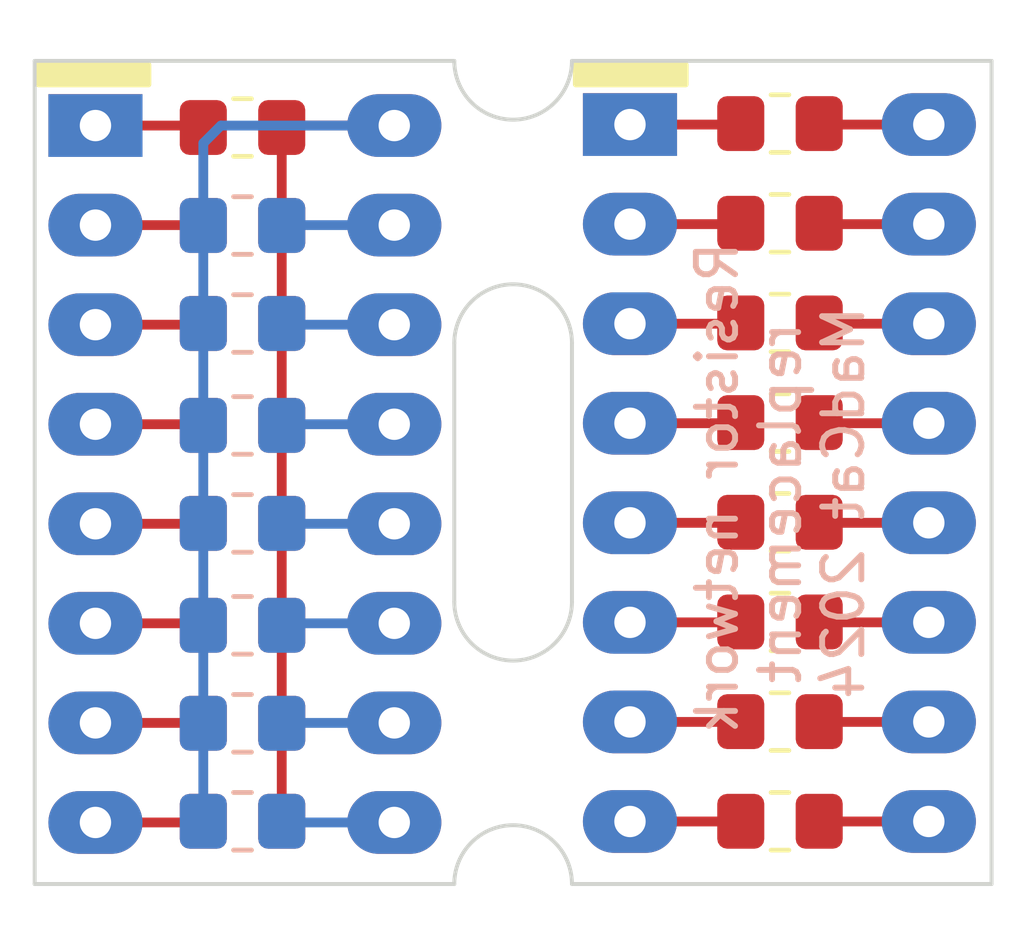
<source format=kicad_pcb>
(kicad_pcb (version 20221018) (generator pcbnew)
  (layers (0 "F.Cu" signal) (31 "B.Cu" signal) (34 "B.Paste" user) (35 "F.Paste" user) (36 "B.SilkS" user "B.Silkscreen") (37 "F.SilkS" user "F.Silkscreen") (38 "B.Mask" user) (39 "F.Mask" user) (44 "Edge.Cuts" user))
  (net 0 "")
  (net 1 "Net-(J1-Pin_1)")
  (net 2 "Net-(J1-Pin_16)")
  (net 3 "Net-(J1-Pin_2)")
  (net 4 "Net-(J1-Pin_3)")
  (net 5 "Net-(J1-Pin_4)")
  (net 6 "Net-(J1-Pin_5)")
  (net 7 "Net-(J1-Pin_6)")
  (net 8 "Net-(J1-Pin_7)")
  (net 9 "Net-(J1-Pin_8)")
  (net 10 "Net-(J1-Pin_9)")
  (net 11 "Net-(J1-Pin_10)")
  (net 12 "Net-(J1-Pin_11)")
  (net 13 "Net-(J1-Pin_12)")
  (net 14 "Net-(J1-Pin_13)")
  (net 15 "Net-(J1-Pin_14)")
  (net 16 "Net-(J1-Pin_15)")
  (net 17 "Net-(J2-Pin_1)")
  (net 18 "Net-(J2-Pin_2)")
  (net 19 "Net-(J2-Pin_3)")
  (net 20 "Net-(J2-Pin_4)")
  (net 21 "Net-(J2-Pin_5)")
  (net 22 "Net-(J2-Pin_6)")
  (net 23 "Net-(J2-Pin_7)")
  (net 24 "Net-(J2-Pin_8)")
  (net 25 "Net-(J2-Pin_9)")
  (net 26 "Net-(J2-Pin_10)")
  (net 27 "Net-(J2-Pin_11)")
  (net 28 "Net-(J2-Pin_12)")
  (net 29 "Net-(J2-Pin_13)")
  (net 30 "Net-(J2-Pin_14)")
  (net 31 "Net-(J2-Pin_15)")
  (net 32 "Net-(J2-Pin_16)")
  (footprint "RNDip16:mouse_bite" (layer "F.Cu") (at 66.2 63.3 90)
    (fp_text reference "mouse-bite-2.54mm-slot_13" hide)
    (fp_text value "VAL**" hide)
    (fp_arc (start -3.6 -1.5) (mid -2.1 0) (end -3.6 1.5) (stroke (width 0.1)) (layer "Edge.Cuts"))
    (fp_arc (start 3.6 1.5) (mid 2.1 0) (end 3.6 -1.5) (stroke (width 0.1)) (layer "Edge.Cuts"))
    (pad "" np_thru_hole circle (at -2 -1.1 90) (size 0.5 0.5) (drill 0.5) (layers "F&B.Cu" "*.Mask"))
    (pad "" np_thru_hole circle (at -2 1.1 90) (size 0.5 0.5) (drill 0.5) (layers "F&B.Cu" "*.Mask"))
    (pad "" np_thru_hole circle (at -1.2 -1.1 90) (size 0.5 0.5) (drill 0.5) (layers "F&B.Cu" "*.Mask"))
    (pad "" np_thru_hole circle (at -1.2 1.1 90) (size 0.5 0.5) (drill 0.5) (layers "F&B.Cu" "*.Mask"))
    (pad "" np_thru_hole circle (at -0.4 -1.1 90) (size 0.5 0.5) (drill 0.5) (layers "F&B.Cu" "*.Mask"))
    (pad "" np_thru_hole circle (at -0.4 1.1 90) (size 0.5 0.5) (drill 0.5) (layers "F&B.Cu" "*.Mask"))
    (pad "" np_thru_hole circle (at 0.4 -1.1 90) (size 0.5 0.5) (drill 0.5) (layers "F&B.Cu" "*.Mask"))
    (pad "" np_thru_hole circle (at 0.4 1.1 90) (size 0.5 0.5) (drill 0.5) (layers "F&B.Cu" "*.Mask"))
    (pad "" np_thru_hole circle (at 1.2 -1.1 90) (size 0.5 0.5) (drill 0.5) (layers "F&B.Cu" "*.Mask"))
    (pad "" np_thru_hole circle (at 1.2 1.1 90) (size 0.5 0.5) (drill 0.5) (layers "F&B.Cu" "*.Mask"))
    (pad "" np_thru_hole circle (at 2 -1.1 90) (size 0.5 0.5) (drill 0.5) (layers "F&B.Cu" "*.Mask"))
    (pad "" np_thru_hole circle (at 2 1.1 90) (size 0.5 0.5) (drill 0.5) (layers "F&B.Cu" "*.Mask"))
  )
  (footprint "RNDip16:R_0805" (layer "F.Cu") (at 59.3 65.3)
    (fp_text reference "R8")
    (fp_text value "R")
    (fp_line (start -0.227064 -0.735) (end 0.227064 -0.735) (stroke (width 0.12)) (layer "F.SilkS"))
    (fp_line (start -0.227064 0.735) (end 0.227064 0.735) (stroke (width 0.12)) (layer "F.SilkS"))
    (pad "1" smd roundrect (at -1 0) (size 1.2 1.4) (layers "F.Cu" "F.Paste" "F.Mask") (roundrect_rratio 0.2083333333) (net 9 "Net-(J1-Pin_8)"))
    (pad "2" smd roundrect (at 1 0) (size 1.2 1.4) (layers "F.Cu" "F.Paste" "F.Mask") (roundrect_rratio 0.2083333333) (net 2 "Net-(J1-Pin_16)"))
  )
  (footprint "RNDip16:R_0805" (layer "F.Cu") (at 73.005 52.585714)
    (fp_text reference "R18")
    (fp_text value "R")
    (fp_line (start -0.227064 -0.735) (end 0.227064 -0.735) (stroke (width 0.12)) (layer "F.SilkS"))
    (fp_line (start -0.227064 0.735) (end 0.227064 0.735) (stroke (width 0.12)) (layer "F.SilkS"))
    (pad "1" smd roundrect (at -1 0) (size 1.2 1.4) (layers "F.Cu" "F.Paste" "F.Mask") (roundrect_rratio 0.2083333333) (net 19 "Net-(J2-Pin_3)"))
    (pad "2" smd roundrect (at 1 0) (size 1.2 1.4) (layers "F.Cu" "F.Paste" "F.Mask") (roundrect_rratio 0.2083333333) (net 30 "Net-(J2-Pin_14)"))
  )
  (footprint "RNDip16:R_0805" (layer "F.Cu") (at 73.005 60.214285)
    (fp_text reference "R21")
    (fp_text value "R")
    (fp_line (start -0.227064 -0.735) (end 0.227064 -0.735) (stroke (width 0.12)) (layer "F.SilkS"))
    (fp_line (start -0.227064 0.735) (end 0.227064 0.735) (stroke (width 0.12)) (layer "F.SilkS"))
    (pad "1" smd roundrect (at -1 0) (size 1.2 1.4) (layers "F.Cu" "F.Paste" "F.Mask") (roundrect_rratio 0.2083333333) (net 22 "Net-(J2-Pin_6)"))
    (pad "2" smd roundrect (at 1 0) (size 1.2 1.4) (layers "F.Cu" "F.Paste" "F.Mask") (roundrect_rratio 0.2083333333) (net 27 "Net-(J2-Pin_11)"))
  )
  (footprint "RNDip16:R_0805" (layer "F.Cu") (at 59.3 52.6)
    (fp_text reference "R3")
    (fp_text value "R")
    (fp_line (start -0.227064 -0.735) (end 0.227064 -0.735) (stroke (width 0.12)) (layer "F.SilkS"))
    (fp_line (start -0.227064 0.735) (end 0.227064 0.735) (stroke (width 0.12)) (layer "F.SilkS"))
    (pad "1" smd roundrect (at -1 0) (size 1.2 1.4) (layers "F.Cu" "F.Paste" "F.Mask") (roundrect_rratio 0.2083333333) (net 4 "Net-(J1-Pin_3)"))
    (pad "2" smd roundrect (at 1 0) (size 1.2 1.4) (layers "F.Cu" "F.Paste" "F.Mask") (roundrect_rratio 0.2083333333) (net 2 "Net-(J1-Pin_16)"))
  )
  (footprint "RNDip16:R_0805" (layer "F.Cu") (at 59.3 62.8)
    (fp_text reference "R7")
    (fp_text value "R")
    (fp_line (start -0.227064 -0.735) (end 0.227064 -0.735) (stroke (width 0.12)) (layer "F.SilkS"))
    (fp_line (start -0.227064 0.735) (end 0.227064 0.735) (stroke (width 0.12)) (layer "F.SilkS"))
    (pad "1" smd roundrect (at -1 0) (size 1.2 1.4) (layers "F.Cu" "F.Paste" "F.Mask") (roundrect_rratio 0.2083333333) (net 8 "Net-(J1-Pin_7)"))
    (pad "2" smd roundrect (at 1 0) (size 1.2 1.4) (layers "F.Cu" "F.Paste" "F.Mask") (roundrect_rratio 0.2083333333) (net 2 "Net-(J1-Pin_16)"))
  )
  (footprint "RNDip16:R_0805" (layer "F.Cu") (at 73.005 65.3)
    (fp_text reference "R23")
    (fp_text value "R")
    (fp_line (start -0.227064 -0.735) (end 0.227064 -0.735) (stroke (width 0.12)) (layer "F.SilkS"))
    (fp_line (start -0.227064 0.735) (end 0.227064 0.735) (stroke (width 0.12)) (layer "F.SilkS"))
    (pad "1" smd roundrect (at -1 0) (size 1.2 1.4) (layers "F.Cu" "F.Paste" "F.Mask") (roundrect_rratio 0.2083333333) (net 24 "Net-(J2-Pin_8)"))
    (pad "2" smd roundrect (at 1 0) (size 1.2 1.4) (layers "F.Cu" "F.Paste" "F.Mask") (roundrect_rratio 0.2083333333) (net 25 "Net-(J2-Pin_9)"))
  )
  (footprint "RNDip16:mouse_bite" (layer "F.Cu") (at 66.2 49.5 90)
    (fp_text reference "mouse-bite-2.54mm-slot_13" hide)
    (fp_text value "VAL**" hide)
    (fp_arc (start -3.6 -1.5) (mid -2.1 0) (end -3.6 1.5) (stroke (width 0.1)) (layer "Edge.Cuts"))
    (fp_arc (start 3.6 1.5) (mid 2.1 0) (end 3.6 -1.5) (stroke (width 0.1)) (layer "Edge.Cuts"))
    (pad "" np_thru_hole circle (at -2 -1.1 90) (size 0.5 0.5) (drill 0.5) (layers "F&B.Cu" "*.Mask"))
    (pad "" np_thru_hole circle (at -2 1.1 90) (size 0.5 0.5) (drill 0.5) (layers "F&B.Cu" "*.Mask"))
    (pad "" np_thru_hole circle (at -1.2 -1.1 90) (size 0.5 0.5) (drill 0.5) (layers "F&B.Cu" "*.Mask"))
    (pad "" np_thru_hole circle (at -1.2 1.1 90) (size 0.5 0.5) (drill 0.5) (layers "F&B.Cu" "*.Mask"))
    (pad "" np_thru_hole circle (at -0.4 -1.1 90) (size 0.5 0.5) (drill 0.5) (layers "F&B.Cu" "*.Mask"))
    (pad "" np_thru_hole circle (at -0.4 1.1 90) (size 0.5 0.5) (drill 0.5) (layers "F&B.Cu" "*.Mask"))
    (pad "" np_thru_hole circle (at 0.4 -1.1 90) (size 0.5 0.5) (drill 0.5) (layers "F&B.Cu" "*.Mask"))
    (pad "" np_thru_hole circle (at 0.4 1.1 90) (size 0.5 0.5) (drill 0.5) (layers "F&B.Cu" "*.Mask"))
    (pad "" np_thru_hole circle (at 1.2 -1.1 90) (size 0.5 0.5) (drill 0.5) (layers "F&B.Cu" "*.Mask"))
    (pad "" np_thru_hole circle (at 1.2 1.1 90) (size 0.5 0.5) (drill 0.5) (layers "F&B.Cu" "*.Mask"))
    (pad "" np_thru_hole circle (at 2 -1.1 90) (size 0.5 0.5) (drill 0.5) (layers "F&B.Cu" "*.Mask"))
    (pad "" np_thru_hole circle (at 2 1.1 90) (size 0.5 0.5) (drill 0.5) (layers "F&B.Cu" "*.Mask"))
  )
  (footprint "RNDip16:R_0805" (layer "F.Cu") (at 73.005 57.671428)
    (fp_text reference "R20")
    (fp_text value "R")
    (fp_line (start -0.227064 -0.735) (end 0.227064 -0.735) (stroke (width 0.12)) (layer "F.SilkS"))
    (fp_line (start -0.227064 0.735) (end 0.227064 0.735) (stroke (width 0.12)) (layer "F.SilkS"))
    (pad "1" smd roundrect (at -1 0) (size 1.2 1.4) (layers "F.Cu" "F.Paste" "F.Mask") (roundrect_rratio 0.2083333333) (net 21 "Net-(J2-Pin_5)"))
    (pad "2" smd roundrect (at 1 0) (size 1.2 1.4) (layers "F.Cu" "F.Paste" "F.Mask") (roundrect_rratio 0.2083333333) (net 28 "Net-(J2-Pin_12)"))
  )
  (footprint "RNDip16:R_0805" (layer "F.Cu") (at 73.005 47.5)
    (fp_text reference "R16")
    (fp_text value "R")
    (fp_line (start -0.227064 -0.735) (end 0.227064 -0.735) (stroke (width 0.12)) (layer "F.SilkS"))
    (fp_line (start -0.227064 0.735) (end 0.227064 0.735) (stroke (width 0.12)) (layer "F.SilkS"))
    (pad "1" smd roundrect (at -1 0) (size 1.2 1.4) (layers "F.Cu" "F.Paste" "F.Mask") (roundrect_rratio 0.2083333333) (net 17 "Net-(J2-Pin_1)"))
    (pad "2" smd roundrect (at 1 0) (size 1.2 1.4) (layers "F.Cu" "F.Paste" "F.Mask") (roundrect_rratio 0.2083333333) (net 32 "Net-(J2-Pin_16)"))
  )
  (footprint "RNDip16:R_0805" (layer "F.Cu") (at 73.005 50.042857)
    (fp_text reference "R17")
    (fp_text value "R")
    (fp_line (start -0.227064 -0.735) (end 0.227064 -0.735) (stroke (width 0.12)) (layer "F.SilkS"))
    (fp_line (start -0.227064 0.735) (end 0.227064 0.735) (stroke (width 0.12)) (layer "F.SilkS"))
    (pad "1" smd roundrect (at -1 0) (size 1.2 1.4) (layers "F.Cu" "F.Paste" "F.Mask") (roundrect_rratio 0.2083333333) (net 18 "Net-(J2-Pin_2)"))
    (pad "2" smd roundrect (at 1 0) (size 1.2 1.4) (layers "F.Cu" "F.Paste" "F.Mask") (roundrect_rratio 0.2083333333) (net 31 "Net-(J2-Pin_15)"))
  )
  (footprint "RNDip16:R_0805" (layer "F.Cu") (at 59.3 55.2)
    (fp_text reference "R4")
    (fp_text value "R")
    (fp_line (start -0.227064 -0.735) (end 0.227064 -0.735) (stroke (width 0.12)) (layer "F.SilkS"))
    (fp_line (start -0.227064 0.735) (end 0.227064 0.735) (stroke (width 0.12)) (layer "F.SilkS"))
    (pad "1" smd roundrect (at -1 0) (size 1.2 1.4) (layers "F.Cu" "F.Paste" "F.Mask") (roundrect_rratio 0.2083333333) (net 5 "Net-(J1-Pin_4)"))
    (pad "2" smd roundrect (at 1 0) (size 1.2 1.4) (layers "F.Cu" "F.Paste" "F.Mask") (roundrect_rratio 0.2083333333) (net 2 "Net-(J1-Pin_16)"))
  )
  (footprint "RNDip16:R_0805" (layer "F.Cu") (at 59.3 60.3)
    (fp_text reference "R6")
    (fp_text value "R")
    (fp_line (start -0.227064 -0.735) (end 0.227064 -0.735) (stroke (width 0.12)) (layer "F.SilkS"))
    (fp_line (start -0.227064 0.735) (end 0.227064 0.735) (stroke (width 0.12)) (layer "F.SilkS"))
    (pad "1" smd roundrect (at -1 0) (size 1.2 1.4) (layers "F.Cu" "F.Paste" "F.Mask") (roundrect_rratio 0.2083333333) (net 7 "Net-(J1-Pin_6)"))
    (pad "2" smd roundrect (at 1 0) (size 1.2 1.4) (layers "F.Cu" "F.Paste" "F.Mask") (roundrect_rratio 0.2083333333) (net 2 "Net-(J1-Pin_16)"))
  )
  (footprint "RNDip16:R_0805" (layer "F.Cu") (at 59.3 47.6)
    (fp_text reference "R1")
    (fp_text value "R")
    (fp_line (start -0.227064 -0.735) (end 0.227064 -0.735) (stroke (width 0.12)) (layer "F.SilkS"))
    (fp_line (start -0.227064 0.735) (end 0.227064 0.735) (stroke (width 0.12)) (layer "F.SilkS"))
    (pad "1" smd roundrect (at -1 0) (size 1.2 1.4) (layers "F.Cu" "F.Paste" "F.Mask") (roundrect_rratio 0.2083333333) (net 1 "Net-(J1-Pin_1)"))
    (pad "2" smd roundrect (at 1 0) (size 1.2 1.4) (layers "F.Cu" "F.Paste" "F.Mask") (roundrect_rratio 0.2083333333) (net 2 "Net-(J1-Pin_16)"))
  )
  (footprint "RNDip16:R_0805" (layer "F.Cu") (at 73.005 62.757142)
    (fp_text reference "R22")
    (fp_text value "R")
    (fp_line (start -0.227064 -0.735) (end 0.227064 -0.735) (stroke (width 0.12)) (layer "F.SilkS"))
    (fp_line (start -0.227064 0.735) (end 0.227064 0.735) (stroke (width 0.12)) (layer "F.SilkS"))
    (pad "1" smd roundrect (at -1 0) (size 1.2 1.4) (layers "F.Cu" "F.Paste" "F.Mask") (roundrect_rratio 0.2083333333) (net 23 "Net-(J2-Pin_7)"))
    (pad "2" smd roundrect (at 1 0) (size 1.2 1.4) (layers "F.Cu" "F.Paste" "F.Mask") (roundrect_rratio 0.2083333333) (net 26 "Net-(J2-Pin_10)"))
  )
  (footprint "RNDip16:R_0805" (layer "F.Cu") (at 59.3 50.1)
    (fp_text reference "R2")
    (fp_text value "R")
    (fp_line (start -0.227064 -0.735) (end 0.227064 -0.735) (stroke (width 0.12)) (layer "F.SilkS"))
    (fp_line (start -0.227064 0.735) (end 0.227064 0.735) (stroke (width 0.12)) (layer "F.SilkS"))
    (pad "1" smd roundrect (at -1 0) (size 1.2 1.4) (layers "F.Cu" "F.Paste" "F.Mask") (roundrect_rratio 0.2083333333) (net 3 "Net-(J1-Pin_2)"))
    (pad "2" smd roundrect (at 1 0) (size 1.2 1.4) (layers "F.Cu" "F.Paste" "F.Mask") (roundrect_rratio 0.2083333333) (net 2 "Net-(J1-Pin_16)"))
  )
  (footprint "RNDip16:Dip16_package" (layer "F.Cu") (at 55.55 47.55)
    (fp_text reference "J1")
    (fp_text value "Conn_01x16_Pin")
    (pad "1" thru_hole rect (at 0 0) (size 2.4 1.6) (drill 0.8) (layers "*.Cu" "*.Mask") (net 1 "Net-(J1-Pin_1)"))
    (pad "2" thru_hole oval (at 0 2.54) (size 2.4 1.6) (drill 0.8) (layers "*.Cu" "*.Mask") (net 3 "Net-(J1-Pin_2)"))
    (pad "3" thru_hole oval (at 0 5.08) (size 2.4 1.6) (drill 0.8) (layers "*.Cu" "*.Mask") (net 4 "Net-(J1-Pin_3)"))
    (pad "4" thru_hole oval (at 0 7.62) (size 2.4 1.6) (drill 0.8) (layers "*.Cu" "*.Mask") (net 5 "Net-(J1-Pin_4)"))
    (pad "5" thru_hole oval (at 0 10.16) (size 2.4 1.6) (drill 0.8) (layers "*.Cu" "*.Mask") (net 6 "Net-(J1-Pin_5)"))
    (pad "6" thru_hole oval (at 0 12.7) (size 2.4 1.6) (drill 0.8) (layers "*.Cu" "*.Mask") (net 7 "Net-(J1-Pin_6)"))
    (pad "7" thru_hole oval (at 0 15.24) (size 2.4 1.6) (drill 0.8) (layers "*.Cu" "*.Mask") (net 8 "Net-(J1-Pin_7)"))
    (pad "8" thru_hole oval (at 0 17.78) (size 2.4 1.6) (drill 0.8) (layers "*.Cu" "*.Mask") (net 9 "Net-(J1-Pin_8)"))
    (pad "9" thru_hole oval (at 7.62 17.78) (size 2.4 1.6) (drill 0.8) (layers "*.Cu" "*.Mask") (net 10 "Net-(J1-Pin_9)"))
    (pad "10" thru_hole oval (at 7.62 15.24) (size 2.4 1.6) (drill 0.8) (layers "*.Cu" "*.Mask") (net 11 "Net-(J1-Pin_10)"))
    (pad "11" thru_hole oval (at 7.62 12.7) (size 2.4 1.6) (drill 0.8) (layers "*.Cu" "*.Mask") (net 12 "Net-(J1-Pin_11)"))
    (pad "12" thru_hole oval (at 7.62 10.16) (size 2.4 1.6) (drill 0.8) (layers "*.Cu" "*.Mask") (net 13 "Net-(J1-Pin_12)"))
    (pad "13" thru_hole oval (at 7.62 7.62) (size 2.4 1.6) (drill 0.8) (layers "*.Cu" "*.Mask") (net 14 "Net-(J1-Pin_13)"))
    (pad "14" thru_hole oval (at 7.62 5.08) (size 2.4 1.6) (drill 0.8) (layers "*.Cu" "*.Mask") (net 15 "Net-(J1-Pin_14)"))
    (pad "15" thru_hole oval (at 7.62 2.54) (size 2.4 1.6) (drill 0.8) (layers "*.Cu" "*.Mask") (net 16 "Net-(J1-Pin_15)"))
    (pad "16" thru_hole oval (at 7.62 0) (size 2.4 1.6) (drill 0.8) (layers "*.Cu" "*.Mask") (net 2 "Net-(J1-Pin_16)"))
  )
  (footprint "RNDip16:R_0805" (layer "F.Cu") (at 59.3 57.7)
    (fp_text reference "R5")
    (fp_text value "R")
    (fp_line (start -0.227064 -0.735) (end 0.227064 -0.735) (stroke (width 0.12)) (layer "F.SilkS"))
    (fp_line (start -0.227064 0.735) (end 0.227064 0.735) (stroke (width 0.12)) (layer "F.SilkS"))
    (pad "1" smd roundrect (at -1 0) (size 1.2 1.4) (layers "F.Cu" "F.Paste" "F.Mask") (roundrect_rratio 0.2083333333) (net 6 "Net-(J1-Pin_5)"))
    (pad "2" smd roundrect (at 1 0) (size 1.2 1.4) (layers "F.Cu" "F.Paste" "F.Mask") (roundrect_rratio 0.2083333333) (net 2 "Net-(J1-Pin_16)"))
  )
  (footprint "RNDip16:R_0805" (layer "F.Cu") (at 73.005 55.128571)
    (fp_text reference "R19")
    (fp_text value "R")
    (fp_line (start -0.227064 -0.735) (end 0.227064 -0.735) (stroke (width 0.12)) (layer "F.SilkS"))
    (fp_line (start -0.227064 0.735) (end 0.227064 0.735) (stroke (width 0.12)) (layer "F.SilkS"))
    (pad "1" smd roundrect (at -1 0) (size 1.2 1.4) (layers "F.Cu" "F.Paste" "F.Mask") (roundrect_rratio 0.2083333333) (net 20 "Net-(J2-Pin_4)"))
    (pad "2" smd roundrect (at 1 0) (size 1.2 1.4) (layers "F.Cu" "F.Paste" "F.Mask") (roundrect_rratio 0.2083333333) (net 29 "Net-(J2-Pin_13)"))
  )
  (footprint "RNDip16:Dip16_package" (layer "F.Cu") (at 69.18 47.525)
    (fp_text reference "J2")
    (fp_text value "Conn_01x16_Pin")
    (pad "1" thru_hole rect (at 0 0) (size 2.4 1.6) (drill 0.8) (layers "*.Cu" "*.Mask") (net 17 "Net-(J2-Pin_1)"))
    (pad "2" thru_hole oval (at 0 2.54) (size 2.4 1.6) (drill 0.8) (layers "*.Cu" "*.Mask") (net 18 "Net-(J2-Pin_2)"))
    (pad "3" thru_hole oval (at 0 5.08) (size 2.4 1.6) (drill 0.8) (layers "*.Cu" "*.Mask") (net 19 "Net-(J2-Pin_3)"))
    (pad "4" thru_hole oval (at 0 7.62) (size 2.4 1.6) (drill 0.8) (layers "*.Cu" "*.Mask") (net 20 "Net-(J2-Pin_4)"))
    (pad "5" thru_hole oval (at 0 10.16) (size 2.4 1.6) (drill 0.8) (layers "*.Cu" "*.Mask") (net 21 "Net-(J2-Pin_5)"))
    (pad "6" thru_hole oval (at 0 12.7) (size 2.4 1.6) (drill 0.8) (layers "*.Cu" "*.Mask") (net 22 "Net-(J2-Pin_6)"))
    (pad "7" thru_hole oval (at 0 15.24) (size 2.4 1.6) (drill 0.8) (layers "*.Cu" "*.Mask") (net 23 "Net-(J2-Pin_7)"))
    (pad "8" thru_hole oval (at 0 17.78) (size 2.4 1.6) (drill 0.8) (layers "*.Cu" "*.Mask") (net 24 "Net-(J2-Pin_8)"))
    (pad "9" thru_hole oval (at 7.62 17.78) (size 2.4 1.6) (drill 0.8) (layers "*.Cu" "*.Mask") (net 25 "Net-(J2-Pin_9)"))
    (pad "10" thru_hole oval (at 7.62 15.24) (size 2.4 1.6) (drill 0.8) (layers "*.Cu" "*.Mask") (net 26 "Net-(J2-Pin_10)"))
    (pad "11" thru_hole oval (at 7.62 12.7) (size 2.4 1.6) (drill 0.8) (layers "*.Cu" "*.Mask") (net 27 "Net-(J2-Pin_11)"))
    (pad "12" thru_hole oval (at 7.62 10.16) (size 2.4 1.6) (drill 0.8) (layers "*.Cu" "*.Mask") (net 28 "Net-(J2-Pin_12)"))
    (pad "13" thru_hole oval (at 7.62 7.62) (size 2.4 1.6) (drill 0.8) (layers "*.Cu" "*.Mask") (net 29 "Net-(J2-Pin_13)"))
    (pad "14" thru_hole oval (at 7.62 5.08) (size 2.4 1.6) (drill 0.8) (layers "*.Cu" "*.Mask") (net 30 "Net-(J2-Pin_14)"))
    (pad "15" thru_hole oval (at 7.62 2.54) (size 2.4 1.6) (drill 0.8) (layers "*.Cu" "*.Mask") (net 31 "Net-(J2-Pin_15)"))
    (pad "16" thru_hole oval (at 7.62 0) (size 2.4 1.6) (drill 0.8) (layers "*.Cu" "*.Mask") (net 32 "Net-(J2-Pin_16)"))
  )
  (footprint "RNDip16:R_0805" (layer "B.Cu") (at 59.3 50.1 180)
    (fp_text reference "R15")
    (fp_text value "R")
    (fp_line (start -0.227064 -0.735) (end 0.227064 -0.735) (stroke (width 0.12)) (layer "B.SilkS"))
    (fp_line (start -0.227064 0.735) (end 0.227064 0.735) (stroke (width 0.12)) (layer "B.SilkS"))
    (pad "1" smd roundrect (at -1 0 180) (size 1.2 1.4) (layers "B.Cu" "B.Paste" "B.Mask") (roundrect_rratio 0.2083333333) (net 16 "Net-(J1-Pin_15)"))
    (pad "2" smd roundrect (at 1 0 180) (size 1.2 1.4) (layers "B.Cu" "B.Paste" "B.Mask") (roundrect_rratio 0.2083333333) (net 2 "Net-(J1-Pin_16)"))
  )
  (footprint "RNDip16:R_0805" (layer "B.Cu") (at 59.3 60.3 180)
    (fp_text reference "R11")
    (fp_text value "R")
    (fp_line (start -0.227064 -0.735) (end 0.227064 -0.735) (stroke (width 0.12)) (layer "B.SilkS"))
    (fp_line (start -0.227064 0.735) (end 0.227064 0.735) (stroke (width 0.12)) (layer "B.SilkS"))
    (pad "1" smd roundrect (at -1 0 180) (size 1.2 1.4) (layers "B.Cu" "B.Paste" "B.Mask") (roundrect_rratio 0.2083333333) (net 12 "Net-(J1-Pin_11)"))
    (pad "2" smd roundrect (at 1 0 180) (size 1.2 1.4) (layers "B.Cu" "B.Paste" "B.Mask") (roundrect_rratio 0.2083333333) (net 2 "Net-(J1-Pin_16)"))
  )
  (footprint "RNDip16:R_0805" (layer "B.Cu") (at 59.3 62.8 180)
    (fp_text reference "R10")
    (fp_text value "R")
    (fp_line (start -0.227064 -0.735) (end 0.227064 -0.735) (stroke (width 0.12)) (layer "B.SilkS"))
    (fp_line (start -0.227064 0.735) (end 0.227064 0.735) (stroke (width 0.12)) (layer "B.SilkS"))
    (pad "1" smd roundrect (at -1 0 180) (size 1.2 1.4) (layers "B.Cu" "B.Paste" "B.Mask") (roundrect_rratio 0.2083333333) (net 11 "Net-(J1-Pin_10)"))
    (pad "2" smd roundrect (at 1 0 180) (size 1.2 1.4) (layers "B.Cu" "B.Paste" "B.Mask") (roundrect_rratio 0.2083333333) (net 2 "Net-(J1-Pin_16)"))
  )
  (footprint "RNDip16:R_0805" (layer "B.Cu") (at 59.3 65.3 180)
    (fp_text reference "R9")
    (fp_text value "R")
    (fp_line (start -0.227064 -0.735) (end 0.227064 -0.735) (stroke (width 0.12)) (layer "B.SilkS"))
    (fp_line (start -0.227064 0.735) (end 0.227064 0.735) (stroke (width 0.12)) (layer "B.SilkS"))
    (pad "1" smd roundrect (at -1 0 180) (size 1.2 1.4) (layers "B.Cu" "B.Paste" "B.Mask") (roundrect_rratio 0.2083333333) (net 10 "Net-(J1-Pin_9)"))
    (pad "2" smd roundrect (at 1 0 180) (size 1.2 1.4) (layers "B.Cu" "B.Paste" "B.Mask") (roundrect_rratio 0.2083333333) (net 2 "Net-(J1-Pin_16)"))
  )
  (footprint "RNDip16:R_0805" (layer "B.Cu") (at 59.3 55.2 180)
    (fp_text reference "R13")
    (fp_text value "R")
    (fp_line (start -0.227064 -0.735) (end 0.227064 -0.735) (stroke (width 0.12)) (layer "B.SilkS"))
    (fp_line (start -0.227064 0.735) (end 0.227064 0.735) (stroke (width 0.12)) (layer "B.SilkS"))
    (pad "1" smd roundrect (at -1 0 180) (size 1.2 1.4) (layers "B.Cu" "B.Paste" "B.Mask") (roundrect_rratio 0.2083333333) (net 14 "Net-(J1-Pin_13)"))
    (pad "2" smd roundrect (at 1 0 180) (size 1.2 1.4) (layers "B.Cu" "B.Paste" "B.Mask") (roundrect_rratio 0.2083333333) (net 2 "Net-(J1-Pin_16)"))
  )
  (footprint "RNDip16:R_0805" (layer "B.Cu") (at 59.3 57.7 180)
    (fp_text reference "R12")
    (fp_text value "R")
    (fp_line (start -0.227064 -0.735) (end 0.227064 -0.735) (stroke (width 0.12)) (layer "B.SilkS"))
    (fp_line (start -0.227064 0.735) (end 0.227064 0.735) (stroke (width 0.12)) (layer "B.SilkS"))
    (pad "1" smd roundrect (at -1 0 180) (size 1.2 1.4) (layers "B.Cu" "B.Paste" "B.Mask") (roundrect_rratio 0.2083333333) (net 13 "Net-(J1-Pin_12)"))
    (pad "2" smd roundrect (at 1 0 180) (size 1.2 1.4) (layers "B.Cu" "B.Paste" "B.Mask") (roundrect_rratio 0.2083333333) (net 2 "Net-(J1-Pin_16)"))
  )
  (footprint "RNDip16:R_0805" (layer "B.Cu") (at 59.3 52.6 180)
    (fp_text reference "R14")
    (fp_text value "R")
    (fp_line (start -0.227064 -0.735) (end 0.227064 -0.735) (stroke (width 0.12)) (layer "B.SilkS"))
    (fp_line (start -0.227064 0.735) (end 0.227064 0.735) (stroke (width 0.12)) (layer "B.SilkS"))
    (pad "1" smd roundrect (at -1 0 180) (size 1.2 1.4) (layers "B.Cu" "B.Paste" "B.Mask") (roundrect_rratio 0.2083333333) (net 15 "Net-(J1-Pin_14)"))
    (pad "2" smd roundrect (at 1 0 180) (size 1.2 1.4) (layers "B.Cu" "B.Paste" "B.Mask") (roundrect_rratio 0.2083333333) (net 2 "Net-(J1-Pin_16)"))
  )
  (gr_rect (start 54.1 46) (end 56.9 46.5) (stroke (width 0.15)) (fill solid) (layer "F.SilkS"))
  (gr_rect (start 67.8 46) (end 70.6 46.5) (stroke (width 0.15)) (fill solid) (layer "F.SilkS"))
  (gr_line (start 64.7 59.7) (end 64.7 53.1) (stroke (width 0.1)) (layer "Edge.Cuts"))
  (gr_line (start 67.7 53.1) (end 67.7 59.7) (stroke (width 0.1)) (layer "Edge.Cuts"))
  (gr_line (start 54 66.9) (end 54 45.9) (stroke (width 0.1)) (layer "Edge.Cuts"))
  (gr_line (start 78.4 45.9) (end 78.4 66.9) (stroke (width 0.1)) (layer "Edge.Cuts"))
  (gr_line (start 64.7 66.9) (end 54 66.9) (stroke (width 0.1)) (layer "Edge.Cuts"))
  (gr_line (start 54 45.9) (end 64.7 45.9) (stroke (width 0.1)) (layer "Edge.Cuts"))
  (gr_line (start 67.7 45.9) (end 78.4 45.9) (stroke (width 0.1)) (layer "Edge.Cuts"))
  (gr_line (start 78.4 66.9) (end 67.7 66.9) (stroke (width 0.1)) (layer "Edge.Cuts"))
  (gr_text "Resistor network \nreplacement\nMadCat 2024" (at 75.2094 57.1754 90) (layer "B.SilkS") (effects (font (size 1 1)) (justify bottom mirror)))
  (segment (start 58.25 47.55) (end 58.3 47.6) (width 0.25) (layer "F.Cu") (net 1))
  (segment (start 55.55 47.55) (end 58.25 47.55) (width 0.25) (layer "F.Cu") (net 1))
  (segment (start 60.35 47.55) (end 63.17 47.55) (width 0.25) (layer "F.Cu") (net 2))
  (segment (start 60.3 62.8) (end 60.3 60.3) (width 0.25) (layer "F.Cu") (net 2))
  (segment (start 60.3 65.3) (end 60.3 62.8) (width 0.25) (layer "F.Cu") (net 2))
  (segment (start 60.3 57.7) (end 60.3 55.2) (width 0.25) (layer "F.Cu") (net 2))
  (segment (start 60.3 50.1) (end 60.3 47.6) (width 0.25) (layer "F.Cu") (net 2))
  (segment (start 60.3 52.6) (end 60.3 50.1) (width 0.25) (layer "F.Cu") (net 2))
  (segment (start 60.3 47.6) (end 60.35 47.55) (width 0.25) (layer "F.Cu") (net 2))
  (segment (start 60.3 60.3) (end 60.3 57.7) (width 0.25) (layer "F.Cu") (net 2))
  (segment (start 60.3 55.2) (end 60.3 52.6) (width 0.25) (layer "F.Cu") (net 2))
  (segment (start 58.75 47.55) (end 63.17 47.55) (width 0.25) (layer "B.Cu") (net 2))
  (segment (start 58.3 65.3) (end 58.3 62.8) (width 0.25) (layer "B.Cu") (net 2))
  (segment (start 58.3 62.8) (end 58.3 60.3) (width 0.25) (layer "B.Cu") (net 2))
  (segment (start 58.3 50.1) (end 58.3 48) (width 0.25) (layer "B.Cu") (net 2))
  (segment (start 58.3 48) (end 58.75 47.55) (width 0.25) (layer "B.Cu") (net 2))
  (segment (start 58.3 52.6) (end 58.3 50.1) (width 0.25) (layer "B.Cu") (net 2))
  (segment (start 58.3 55.2) (end 58.3 52.6) (width 0.25) (layer "B.Cu") (net 2))
  (segment (start 58.3 60.3) (end 58.3 57.7) (width 0.25) (layer "B.Cu") (net 2))
  (segment (start 58.3 57.7) (end 58.3 55.2) (width 0.25) (layer "B.Cu") (net 2))
  (segment (start 58.29 50.09) (end 58.3 50.1) (width 0.25) (layer "F.Cu") (net 3))
  (segment (start 55.55 50.09) (end 58.29 50.09) (width 0.25) (layer "F.Cu") (net 3))
  (segment (start 58.27 52.63) (end 58.3 52.6) (width 0.25) (layer "F.Cu") (net 4))
  (segment (start 55.55 52.63) (end 58.27 52.63) (width 0.25) (layer "F.Cu") (net 4))
  (segment (start 55.55 55.17) (end 58.27 55.17) (width 0.25) (layer "F.Cu") (net 5))
  (segment (start 58.27 55.17) (end 58.3 55.2) (width 0.25) (layer "F.Cu") (net 5))
  (segment (start 58.29 57.71) (end 58.3 57.7) (width 0.25) (layer "F.Cu") (net 6))
  (segment (start 55.55 57.71) (end 58.29 57.71) (width 0.25) (layer "F.Cu") (net 6))
  (segment (start 55.55 60.25) (end 58.25 60.25) (width 0.25) (layer "F.Cu") (net 7))
  (segment (start 58.25 60.25) (end 58.3 60.3) (width 0.25) (layer "F.Cu") (net 7))
  (segment (start 55.55 62.79) (end 58.29 62.79) (width 0.25) (layer "F.Cu") (net 8))
  (segment (start 58.29 62.79) (end 58.3 62.8) (width 0.25) (layer "F.Cu") (net 8))
  (segment (start 55.55 65.33) (end 58.27 65.33) (width 0.25) (layer "F.Cu") (net 9))
  (segment (start 58.27 65.33) (end 58.3 65.3) (width 0.25) (layer "F.Cu") (net 9))
  (segment (start 63.17 65.33) (end 60.33 65.33) (width 0.25) (layer "B.Cu") (net 10))
  (segment (start 60.33 65.33) (end 60.3 65.3) (width 0.25) (layer "B.Cu") (net 10))
  (segment (start 63.17 62.79) (end 60.31 62.79) (width 0.25) (layer "B.Cu") (net 11))
  (segment (start 60.31 62.79) (end 60.3 62.8) (width 0.25) (layer "B.Cu") (net 11))
  (segment (start 60.35 60.25) (end 60.3 60.3) (width 0.25) (layer "B.Cu") (net 12))
  (segment (start 63.17 60.25) (end 60.35 60.25) (width 0.25) (layer "B.Cu") (net 12))
  (segment (start 63.17 57.71) (end 60.31 57.71) (width 0.25) (layer "B.Cu") (net 13))
  (segment (start 60.31 57.71) (end 60.3 57.7) (width 0.25) (layer "B.Cu") (net 13))
  (segment (start 63.17 55.17) (end 60.33 55.17) (width 0.25) (layer "B.Cu") (net 14))
  (segment (start 60.33 55.17) (end 60.3 55.2) (width 0.25) (layer "B.Cu") (net 14))
  (segment (start 63.17 52.63) (end 60.33 52.63) (width 0.25) (layer "B.Cu") (net 15))
  (segment (start 60.33 52.63) (end 60.3 52.6) (width 0.25) (layer "B.Cu") (net 15))
  (segment (start 63.17 50.09) (end 60.31 50.09) (width 0.25) (layer "B.Cu") (net 16))
  (segment (start 60.31 50.09) (end 60.3 50.1) (width 0.25) (layer "B.Cu") (net 16))
  (segment (start 69.18 47.525) (end 71.98 47.525) (width 0.25) (layer "F.Cu") (net 17))
  (segment (start 71.98 47.525) (end 72.005 47.5) (width 0.25) (layer "F.Cu") (net 17))
  (segment (start 69.18 50.065) (end 71.982857 50.065) (width 0.25) (layer "F.Cu") (net 18))
  (segment (start 71.982857 50.065) (end 72.005 50.042857) (width 0.25) (layer "F.Cu") (net 18))
  (segment (start 69.18 52.605) (end 71.985714 52.605) (width 0.25) (layer "F.Cu") (net 19))
  (segment (start 71.985714 52.605) (end 72.005 52.585714) (width 0.25) (layer "F.Cu") (net 19))
  (segment (start 71.988571 55.145) (end 72.005 55.128571) (width 0.25) (layer "F.Cu") (net 20))
  (segment (start 69.18 55.145) (end 71.988571 55.145) (width 0.25) (layer "F.Cu") (net 20))
  (segment (start 69.18 57.685) (end 71.991428 57.685) (width 0.25) (layer "F.Cu") (net 21))
  (segment (start 71.991428 57.685) (end 72.005 57.671428) (width 0.25) (layer "F.Cu") (net 21))
  (segment (start 69.18 60.225) (end 71.994285 60.225) (width 0.25) (layer "F.Cu") (net 22))
  (segment (start 71.994285 60.225) (end 72.005 60.214285) (width 0.25) (layer "F.Cu") (net 22))
  (segment (start 69.18 62.765) (end 71.997142 62.765) (width 0.25) (layer "F.Cu") (net 23))
  (segment (start 71.997142 62.765) (end 72.005 62.757142) (width 0.25) (layer "F.Cu") (net 23))
  (segment (start 72 65.305) (end 72.005 65.3) (width 0.25) (layer "F.Cu") (net 24))
  (segment (start 69.18 65.305) (end 72 65.305) (width 0.25) (layer "F.Cu") (net 24))
  (segment (start 74.01 65.305) (end 76.8 65.305) (width 0.25) (layer "F.Cu") (net 25))
  (segment (start 74.005 65.3) (end 74.01 65.305) (width 0.25) (layer "F.Cu") (net 25))
  (segment (start 74.005 62.757142) (end 74.012858 62.765) (width 0.25) (layer "F.Cu") (net 26))
  (segment (start 74.012858 62.765) (end 76.8 62.765) (width 0.25) (layer "F.Cu") (net 26))
  (segment (start 74.005 60.214285) (end 74.015715 60.225) (width 0.25) (layer "F.Cu") (net 27))
  (segment (start 74.015715 60.225) (end 76.8 60.225) (width 0.25) (layer "F.Cu") (net 27))
  (segment (start 74.005 57.671428) (end 74.018572 57.685) (width 0.25) (layer "F.Cu") (net 28))
  (segment (start 74.018572 57.685) (end 76.8 57.685) (width 0.25) (layer "F.Cu") (net 28))
  (segment (start 74.021429 55.145) (end 76.8 55.145) (width 0.25) (layer "F.Cu") (net 29))
  (segment (start 74.005 55.128571) (end 74.021429 55.145) (width 0.25) (layer "F.Cu") (net 29))
  (segment (start 74.024286 52.605) (end 76.8 52.605) (width 0.25) (layer "F.Cu") (net 30))
  (segment (start 74.005 52.585714) (end 74.024286 52.605) (width 0.25) (layer "F.Cu") (net 30))
  (segment (start 74.005 50.042857) (end 74.027143 50.065) (width 0.25) (layer "F.Cu") (net 31))
  (segment (start 74.027143 50.065) (end 76.8 50.065) (width 0.25) (layer "F.Cu") (net 31))
  (segment (start 74.03 47.525) (end 76.8 47.525) (width 0.25) (layer "F.Cu") (net 32))
  (segment (start 74.005 47.5) (end 74.03 47.525) (width 0.25) (layer "F.Cu") (net 32))
)
</source>
